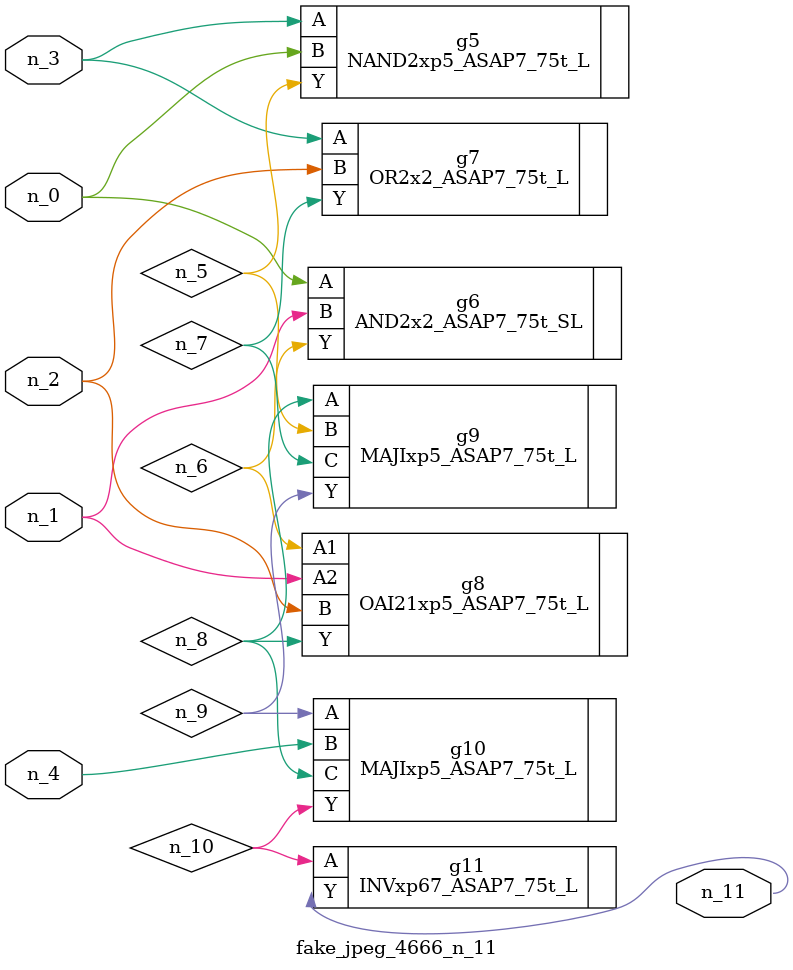
<source format=v>
module fake_jpeg_4666_n_11 (n_3, n_2, n_1, n_0, n_4, n_11);

input n_3;
input n_2;
input n_1;
input n_0;
input n_4;

output n_11;

wire n_10;
wire n_8;
wire n_9;
wire n_6;
wire n_5;
wire n_7;

NAND2xp5_ASAP7_75t_L g5 ( 
.A(n_3),
.B(n_0),
.Y(n_5)
);

AND2x2_ASAP7_75t_SL g6 ( 
.A(n_0),
.B(n_1),
.Y(n_6)
);

OR2x2_ASAP7_75t_L g7 ( 
.A(n_3),
.B(n_2),
.Y(n_7)
);

OAI21xp5_ASAP7_75t_L g8 ( 
.A1(n_6),
.A2(n_1),
.B(n_2),
.Y(n_8)
);

MAJIxp5_ASAP7_75t_L g9 ( 
.A(n_8),
.B(n_5),
.C(n_7),
.Y(n_9)
);

MAJIxp5_ASAP7_75t_L g10 ( 
.A(n_9),
.B(n_4),
.C(n_8),
.Y(n_10)
);

INVxp67_ASAP7_75t_L g11 ( 
.A(n_10),
.Y(n_11)
);


endmodule
</source>
